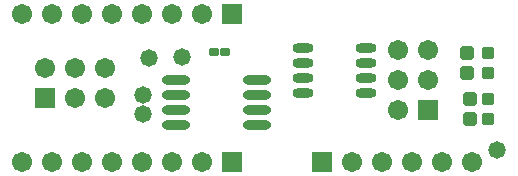
<source format=gts>
G04 Layer_Color=8388736*
%FSLAX43Y43*%
%MOMM*%
G71*
G01*
G75*
G04:AMPARAMS|DCode=26|XSize=1.203mm|YSize=1.103mm|CornerRadius=0.214mm|HoleSize=0mm|Usage=FLASHONLY|Rotation=0.000|XOffset=0mm|YOffset=0mm|HoleType=Round|Shape=RoundedRectangle|*
%AMROUNDEDRECTD26*
21,1,1.203,0.675,0,0,0.0*
21,1,0.775,1.103,0,0,0.0*
1,1,0.428,0.388,-0.338*
1,1,0.428,-0.388,-0.338*
1,1,0.428,-0.388,0.338*
1,1,0.428,0.388,0.338*
%
%ADD26ROUNDEDRECTD26*%
G04:AMPARAMS|DCode=27|XSize=1.003mm|YSize=1.003mm|CornerRadius=0.202mm|HoleSize=0mm|Usage=FLASHONLY|Rotation=90.000|XOffset=0mm|YOffset=0mm|HoleType=Round|Shape=RoundedRectangle|*
%AMROUNDEDRECTD27*
21,1,1.003,0.600,0,0,90.0*
21,1,0.600,1.003,0,0,90.0*
1,1,0.403,0.300,0.300*
1,1,0.403,0.300,-0.300*
1,1,0.403,-0.300,-0.300*
1,1,0.403,-0.300,0.300*
%
%ADD27ROUNDEDRECTD27*%
%ADD28O,1.803X0.803*%
%ADD29O,2.403X0.803*%
G04:AMPARAMS|DCode=30|XSize=0.703mm|YSize=0.803mm|CornerRadius=0.152mm|HoleSize=0mm|Usage=FLASHONLY|Rotation=90.000|XOffset=0mm|YOffset=0mm|HoleType=Round|Shape=RoundedRectangle|*
%AMROUNDEDRECTD30*
21,1,0.703,0.500,0,0,90.0*
21,1,0.400,0.803,0,0,90.0*
1,1,0.303,0.250,0.200*
1,1,0.303,0.250,-0.200*
1,1,0.303,-0.250,-0.200*
1,1,0.303,-0.250,0.200*
%
%ADD30ROUNDEDRECTD30*%
%ADD31R,1.703X1.703*%
%ADD32C,1.703*%
%ADD33R,1.703X1.703*%
%ADD34C,1.473*%
D26*
X39000Y11225D02*
D03*
Y9525D02*
D03*
X39250Y7350D02*
D03*
Y5650D02*
D03*
D27*
X40750Y11225D02*
D03*
Y9525D02*
D03*
Y7350D02*
D03*
Y5650D02*
D03*
D28*
X30450Y7845D02*
D03*
Y9115D02*
D03*
Y10385D02*
D03*
Y11655D02*
D03*
X25050Y7845D02*
D03*
Y9115D02*
D03*
Y10385D02*
D03*
Y11655D02*
D03*
D29*
X14350Y8905D02*
D03*
Y7635D02*
D03*
Y6365D02*
D03*
Y5095D02*
D03*
X21150Y8905D02*
D03*
Y7635D02*
D03*
Y6365D02*
D03*
Y5095D02*
D03*
D30*
X18500Y11250D02*
D03*
X17500D02*
D03*
D31*
X19100Y2000D02*
D03*
X26720D02*
D03*
X3250Y7375D02*
D03*
X19100Y14500D02*
D03*
D32*
X16560Y2000D02*
D03*
X14020D02*
D03*
X11480D02*
D03*
X8940D02*
D03*
X6400D02*
D03*
X3860D02*
D03*
X1320D02*
D03*
X33085Y6375D02*
D03*
X35625Y8915D02*
D03*
X33085D02*
D03*
X35625Y11455D02*
D03*
X33085D02*
D03*
X29260Y2000D02*
D03*
X31800D02*
D03*
X34340D02*
D03*
X36880D02*
D03*
X39420D02*
D03*
X3250Y9915D02*
D03*
X5790Y7375D02*
D03*
Y9915D02*
D03*
X8330Y7375D02*
D03*
Y9915D02*
D03*
X16560Y14500D02*
D03*
X14020D02*
D03*
X11480D02*
D03*
X8940D02*
D03*
X6400D02*
D03*
X3860D02*
D03*
X1320D02*
D03*
D33*
X35625Y6375D02*
D03*
D34*
X12000Y10750D02*
D03*
X11500Y6000D02*
D03*
X11490Y7635D02*
D03*
X14875Y10875D02*
D03*
X41500Y3000D02*
D03*
M02*

</source>
